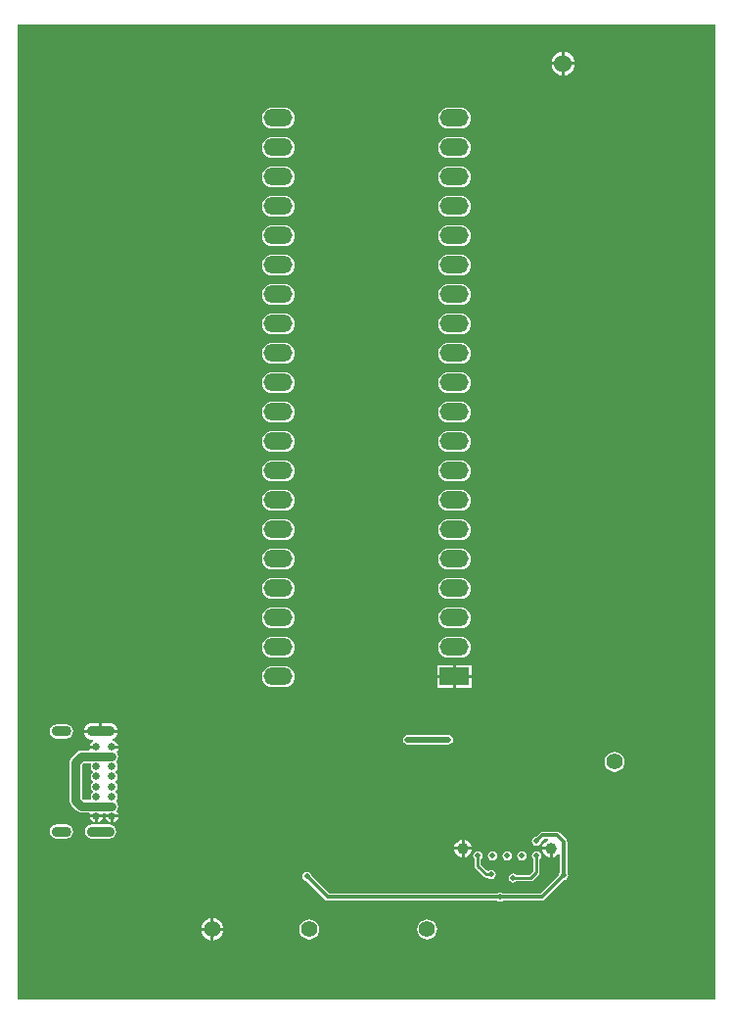
<source format=gbl>
G04*
G04 #@! TF.GenerationSoftware,Altium Limited,Altium Designer,19.1.8 (144)*
G04*
G04 Layer_Physical_Order=2*
G04 Layer_Color=16711680*
%FSLAX25Y25*%
%MOIN*%
G70*
G01*
G75*
%ADD11C,0.01000*%
%ADD14C,0.03000*%
%ADD17C,0.02000*%
%ADD19C,0.01181*%
%ADD38C,0.03937*%
%ADD49C,0.06000*%
%ADD50O,0.09843X0.05906*%
%ADD51R,0.09843X0.05906*%
%ADD52C,0.05512*%
%ADD53O,0.06693X0.03543*%
%ADD54O,0.09449X0.03543*%
%ADD55O,0.02559X0.02441*%
%ADD56C,0.01968*%
G36*
X408879Y157122D02*
X171122D01*
Y488878D01*
X408879Y488878D01*
Y157122D01*
D02*
G37*
%LPC*%
G36*
X357500Y479469D02*
Y476000D01*
X360969D01*
X360897Y476544D01*
X360494Y477517D01*
X359853Y478353D01*
X359017Y478994D01*
X358044Y479397D01*
X357500Y479469D01*
D02*
G37*
G36*
X356500D02*
X355956Y479397D01*
X354983Y478994D01*
X354147Y478353D01*
X353506Y477517D01*
X353103Y476544D01*
X353031Y476000D01*
X356500D01*
Y479469D01*
D02*
G37*
G36*
X360969Y475000D02*
X357500D01*
Y471531D01*
X358044Y471603D01*
X359017Y472006D01*
X359853Y472647D01*
X360494Y473483D01*
X360897Y474456D01*
X360969Y475000D01*
D02*
G37*
G36*
X356500D02*
X353031D01*
X353103Y474456D01*
X353506Y473483D01*
X354147Y472647D01*
X354983Y472006D01*
X355956Y471603D01*
X356500Y471531D01*
Y475000D01*
D02*
G37*
G36*
X321969Y460583D02*
X318032D01*
X317104Y460461D01*
X316240Y460103D01*
X315498Y459534D01*
X314928Y458792D01*
X314570Y457928D01*
X314448Y457000D01*
X314570Y456073D01*
X314928Y455208D01*
X315498Y454466D01*
X316240Y453897D01*
X317104Y453539D01*
X318032Y453417D01*
X321969D01*
X322896Y453539D01*
X323760Y453897D01*
X324502Y454466D01*
X325072Y455208D01*
X325430Y456073D01*
X325552Y457000D01*
X325430Y457928D01*
X325072Y458792D01*
X324502Y459534D01*
X323760Y460103D01*
X322896Y460461D01*
X321969Y460583D01*
D02*
G37*
G36*
X261968D02*
X258032D01*
X257104Y460461D01*
X256240Y460103D01*
X255498Y459534D01*
X254928Y458792D01*
X254570Y457928D01*
X254448Y457000D01*
X254570Y456073D01*
X254928Y455208D01*
X255498Y454466D01*
X256240Y453897D01*
X257104Y453539D01*
X258032Y453417D01*
X261968D01*
X262896Y453539D01*
X263760Y453897D01*
X264502Y454466D01*
X265072Y455208D01*
X265430Y456073D01*
X265552Y457000D01*
X265430Y457928D01*
X265072Y458792D01*
X264502Y459534D01*
X263760Y460103D01*
X262896Y460461D01*
X261968Y460583D01*
D02*
G37*
G36*
X321969Y450583D02*
X318032D01*
X317104Y450461D01*
X316240Y450103D01*
X315498Y449534D01*
X314928Y448792D01*
X314570Y447928D01*
X314448Y447000D01*
X314570Y446072D01*
X314928Y445208D01*
X315498Y444466D01*
X316240Y443897D01*
X317104Y443539D01*
X318032Y443417D01*
X321969D01*
X322896Y443539D01*
X323760Y443897D01*
X324502Y444466D01*
X325072Y445208D01*
X325430Y446072D01*
X325552Y447000D01*
X325430Y447928D01*
X325072Y448792D01*
X324502Y449534D01*
X323760Y450103D01*
X322896Y450461D01*
X321969Y450583D01*
D02*
G37*
G36*
X261968D02*
X258032D01*
X257104Y450461D01*
X256240Y450103D01*
X255498Y449534D01*
X254928Y448792D01*
X254570Y447928D01*
X254448Y447000D01*
X254570Y446072D01*
X254928Y445208D01*
X255498Y444466D01*
X256240Y443897D01*
X257104Y443539D01*
X258032Y443417D01*
X261968D01*
X262896Y443539D01*
X263760Y443897D01*
X264502Y444466D01*
X265072Y445208D01*
X265430Y446072D01*
X265552Y447000D01*
X265430Y447928D01*
X265072Y448792D01*
X264502Y449534D01*
X263760Y450103D01*
X262896Y450461D01*
X261968Y450583D01*
D02*
G37*
G36*
X321969Y440583D02*
X318032D01*
X317104Y440461D01*
X316240Y440103D01*
X315498Y439534D01*
X314928Y438792D01*
X314570Y437927D01*
X314448Y437000D01*
X314570Y436072D01*
X314928Y435208D01*
X315498Y434466D01*
X316240Y433897D01*
X317104Y433539D01*
X318032Y433417D01*
X321969D01*
X322896Y433539D01*
X323760Y433897D01*
X324502Y434466D01*
X325072Y435208D01*
X325430Y436072D01*
X325552Y437000D01*
X325430Y437927D01*
X325072Y438792D01*
X324502Y439534D01*
X323760Y440103D01*
X322896Y440461D01*
X321969Y440583D01*
D02*
G37*
G36*
X261968D02*
X258032D01*
X257104Y440461D01*
X256240Y440103D01*
X255498Y439534D01*
X254928Y438792D01*
X254570Y437927D01*
X254448Y437000D01*
X254570Y436072D01*
X254928Y435208D01*
X255498Y434466D01*
X256240Y433897D01*
X257104Y433539D01*
X258032Y433417D01*
X261968D01*
X262896Y433539D01*
X263760Y433897D01*
X264502Y434466D01*
X265072Y435208D01*
X265430Y436072D01*
X265552Y437000D01*
X265430Y437927D01*
X265072Y438792D01*
X264502Y439534D01*
X263760Y440103D01*
X262896Y440461D01*
X261968Y440583D01*
D02*
G37*
G36*
Y430583D02*
X258032D01*
X257104Y430461D01*
X256240Y430103D01*
X255498Y429534D01*
X254928Y428792D01*
X254570Y427927D01*
X254448Y427000D01*
X254570Y426073D01*
X254928Y425208D01*
X255498Y424466D01*
X256240Y423897D01*
X257104Y423539D01*
X258032Y423417D01*
X261968D01*
X262896Y423539D01*
X263760Y423897D01*
X264502Y424466D01*
X265072Y425208D01*
X265430Y426073D01*
X265552Y427000D01*
X265430Y427927D01*
X265072Y428792D01*
X264502Y429534D01*
X263760Y430103D01*
X262896Y430461D01*
X261968Y430583D01*
D02*
G37*
G36*
X321969Y430583D02*
X318032D01*
X317104Y430461D01*
X316240Y430103D01*
X315498Y429534D01*
X314928Y428792D01*
X314570Y427927D01*
X314448Y427000D01*
X314570Y426073D01*
X314928Y425208D01*
X315498Y424466D01*
X316240Y423897D01*
X317104Y423539D01*
X318032Y423417D01*
X321969D01*
X322896Y423539D01*
X323760Y423897D01*
X324502Y424466D01*
X325072Y425208D01*
X325430Y426073D01*
X325552Y427000D01*
X325430Y427927D01*
X325072Y428792D01*
X324502Y429534D01*
X323760Y430103D01*
X322896Y430461D01*
X321969Y430583D01*
D02*
G37*
G36*
Y420583D02*
X318032D01*
X317104Y420461D01*
X316240Y420103D01*
X315498Y419534D01*
X314928Y418792D01*
X314570Y417928D01*
X314448Y417000D01*
X314570Y416073D01*
X314928Y415208D01*
X315498Y414466D01*
X316240Y413897D01*
X317104Y413539D01*
X318032Y413417D01*
X321969D01*
X322896Y413539D01*
X323760Y413897D01*
X324502Y414466D01*
X325072Y415208D01*
X325430Y416073D01*
X325552Y417000D01*
X325430Y417928D01*
X325072Y418792D01*
X324502Y419534D01*
X323760Y420103D01*
X322896Y420461D01*
X321969Y420583D01*
D02*
G37*
G36*
X261968D02*
X258032D01*
X257104Y420461D01*
X256240Y420103D01*
X255498Y419534D01*
X254928Y418792D01*
X254570Y417928D01*
X254448Y417000D01*
X254570Y416073D01*
X254928Y415208D01*
X255498Y414466D01*
X256240Y413897D01*
X257104Y413539D01*
X258032Y413417D01*
X261968D01*
X262896Y413539D01*
X263760Y413897D01*
X264502Y414466D01*
X265072Y415208D01*
X265430Y416073D01*
X265552Y417000D01*
X265430Y417928D01*
X265072Y418792D01*
X264502Y419534D01*
X263760Y420103D01*
X262896Y420461D01*
X261968Y420583D01*
D02*
G37*
G36*
X321969Y410583D02*
X318032D01*
X317104Y410461D01*
X316240Y410103D01*
X315498Y409534D01*
X314928Y408792D01*
X314570Y407927D01*
X314448Y407000D01*
X314570Y406073D01*
X314928Y405208D01*
X315498Y404466D01*
X316240Y403897D01*
X317104Y403539D01*
X318032Y403417D01*
X321969D01*
X322896Y403539D01*
X323760Y403897D01*
X324502Y404466D01*
X325072Y405208D01*
X325430Y406073D01*
X325552Y407000D01*
X325430Y407927D01*
X325072Y408792D01*
X324502Y409534D01*
X323760Y410103D01*
X322896Y410461D01*
X321969Y410583D01*
D02*
G37*
G36*
X261968D02*
X258032D01*
X257104Y410461D01*
X256240Y410103D01*
X255498Y409534D01*
X254928Y408792D01*
X254570Y407927D01*
X254448Y407000D01*
X254570Y406073D01*
X254928Y405208D01*
X255498Y404466D01*
X256240Y403897D01*
X257104Y403539D01*
X258032Y403417D01*
X261968D01*
X262896Y403539D01*
X263760Y403897D01*
X264502Y404466D01*
X265072Y405208D01*
X265430Y406073D01*
X265552Y407000D01*
X265430Y407927D01*
X265072Y408792D01*
X264502Y409534D01*
X263760Y410103D01*
X262896Y410461D01*
X261968Y410583D01*
D02*
G37*
G36*
X321969Y400583D02*
X318032D01*
X317104Y400461D01*
X316240Y400103D01*
X315498Y399534D01*
X314928Y398792D01*
X314570Y397927D01*
X314448Y397000D01*
X314570Y396073D01*
X314928Y395208D01*
X315498Y394466D01*
X316240Y393897D01*
X317104Y393539D01*
X318032Y393417D01*
X321969D01*
X322896Y393539D01*
X323760Y393897D01*
X324502Y394466D01*
X325072Y395208D01*
X325430Y396073D01*
X325552Y397000D01*
X325430Y397927D01*
X325072Y398792D01*
X324502Y399534D01*
X323760Y400103D01*
X322896Y400461D01*
X321969Y400583D01*
D02*
G37*
G36*
X261968D02*
X258032D01*
X257104Y400461D01*
X256240Y400103D01*
X255498Y399534D01*
X254928Y398792D01*
X254570Y397927D01*
X254448Y397000D01*
X254570Y396073D01*
X254928Y395208D01*
X255498Y394466D01*
X256240Y393897D01*
X257104Y393539D01*
X258032Y393417D01*
X261968D01*
X262896Y393539D01*
X263760Y393897D01*
X264502Y394466D01*
X265072Y395208D01*
X265430Y396073D01*
X265552Y397000D01*
X265430Y397927D01*
X265072Y398792D01*
X264502Y399534D01*
X263760Y400103D01*
X262896Y400461D01*
X261968Y400583D01*
D02*
G37*
G36*
Y390583D02*
X258032D01*
X257104Y390461D01*
X256240Y390103D01*
X255498Y389534D01*
X254928Y388792D01*
X254570Y387927D01*
X254448Y387000D01*
X254570Y386073D01*
X254928Y385208D01*
X255498Y384466D01*
X256240Y383897D01*
X257104Y383539D01*
X258032Y383417D01*
X261968D01*
X262896Y383539D01*
X263760Y383897D01*
X264502Y384466D01*
X265072Y385208D01*
X265430Y386073D01*
X265552Y387000D01*
X265430Y387927D01*
X265072Y388792D01*
X264502Y389534D01*
X263760Y390103D01*
X262896Y390461D01*
X261968Y390583D01*
D02*
G37*
G36*
X321969Y390583D02*
X318032D01*
X317104Y390461D01*
X316240Y390103D01*
X315498Y389534D01*
X314928Y388792D01*
X314570Y387927D01*
X314448Y387000D01*
X314570Y386072D01*
X314928Y385208D01*
X315498Y384466D01*
X316240Y383897D01*
X317104Y383539D01*
X318032Y383417D01*
X321969D01*
X322896Y383539D01*
X323760Y383897D01*
X324502Y384466D01*
X325072Y385208D01*
X325430Y386072D01*
X325552Y387000D01*
X325430Y387927D01*
X325072Y388792D01*
X324502Y389534D01*
X323760Y390103D01*
X322896Y390461D01*
X321969Y390583D01*
D02*
G37*
G36*
Y380583D02*
X318032D01*
X317104Y380461D01*
X316240Y380103D01*
X315498Y379534D01*
X314928Y378792D01*
X314570Y377927D01*
X314448Y377000D01*
X314570Y376073D01*
X314928Y375208D01*
X315498Y374466D01*
X316240Y373897D01*
X317104Y373539D01*
X318032Y373417D01*
X321969D01*
X322896Y373539D01*
X323760Y373897D01*
X324502Y374466D01*
X325072Y375208D01*
X325430Y376073D01*
X325552Y377000D01*
X325430Y377927D01*
X325072Y378792D01*
X324502Y379534D01*
X323760Y380103D01*
X322896Y380461D01*
X321969Y380583D01*
D02*
G37*
G36*
X261968Y380583D02*
X258032D01*
X257104Y380461D01*
X256240Y380103D01*
X255498Y379534D01*
X254928Y378792D01*
X254570Y377927D01*
X254448Y377000D01*
X254570Y376073D01*
X254928Y375208D01*
X255498Y374466D01*
X256240Y373897D01*
X257104Y373539D01*
X258032Y373417D01*
X261968D01*
X262896Y373539D01*
X263760Y373897D01*
X264502Y374466D01*
X265072Y375208D01*
X265430Y376073D01*
X265552Y377000D01*
X265430Y377927D01*
X265072Y378792D01*
X264502Y379534D01*
X263760Y380103D01*
X262896Y380461D01*
X261968Y380583D01*
D02*
G37*
G36*
X321969Y370583D02*
X318032D01*
X317104Y370461D01*
X316240Y370103D01*
X315498Y369534D01*
X314928Y368792D01*
X314570Y367927D01*
X314448Y367000D01*
X314570Y366073D01*
X314928Y365208D01*
X315498Y364466D01*
X316240Y363897D01*
X317104Y363539D01*
X318032Y363417D01*
X321969D01*
X322896Y363539D01*
X323760Y363897D01*
X324502Y364466D01*
X325072Y365208D01*
X325430Y366073D01*
X325552Y367000D01*
X325430Y367927D01*
X325072Y368792D01*
X324502Y369534D01*
X323760Y370103D01*
X322896Y370461D01*
X321969Y370583D01*
D02*
G37*
G36*
X261968D02*
X258032D01*
X257104Y370461D01*
X256240Y370103D01*
X255498Y369534D01*
X254928Y368792D01*
X254570Y367927D01*
X254448Y367000D01*
X254570Y366073D01*
X254928Y365208D01*
X255498Y364466D01*
X256240Y363897D01*
X257104Y363539D01*
X258032Y363417D01*
X261968D01*
X262896Y363539D01*
X263760Y363897D01*
X264502Y364466D01*
X265072Y365208D01*
X265430Y366073D01*
X265552Y367000D01*
X265430Y367927D01*
X265072Y368792D01*
X264502Y369534D01*
X263760Y370103D01*
X262896Y370461D01*
X261968Y370583D01*
D02*
G37*
G36*
X321969Y360583D02*
X318032D01*
X317104Y360461D01*
X316240Y360103D01*
X315498Y359534D01*
X314928Y358792D01*
X314570Y357927D01*
X314448Y357000D01*
X314570Y356073D01*
X314928Y355208D01*
X315498Y354466D01*
X316240Y353897D01*
X317104Y353539D01*
X318032Y353417D01*
X321969D01*
X322896Y353539D01*
X323760Y353897D01*
X324502Y354466D01*
X325072Y355208D01*
X325430Y356073D01*
X325552Y357000D01*
X325430Y357927D01*
X325072Y358792D01*
X324502Y359534D01*
X323760Y360103D01*
X322896Y360461D01*
X321969Y360583D01*
D02*
G37*
G36*
X261968D02*
X258032D01*
X257104Y360461D01*
X256240Y360103D01*
X255498Y359534D01*
X254928Y358792D01*
X254570Y357927D01*
X254448Y357000D01*
X254570Y356073D01*
X254928Y355208D01*
X255498Y354466D01*
X256240Y353897D01*
X257104Y353539D01*
X258032Y353417D01*
X261968D01*
X262896Y353539D01*
X263760Y353897D01*
X264502Y354466D01*
X265072Y355208D01*
X265430Y356073D01*
X265552Y357000D01*
X265430Y357927D01*
X265072Y358792D01*
X264502Y359534D01*
X263760Y360103D01*
X262896Y360461D01*
X261968Y360583D01*
D02*
G37*
G36*
X321969Y350583D02*
X318032D01*
X317104Y350461D01*
X316240Y350103D01*
X315498Y349534D01*
X314928Y348792D01*
X314570Y347927D01*
X314448Y347000D01*
X314570Y346073D01*
X314928Y345208D01*
X315498Y344466D01*
X316240Y343897D01*
X317104Y343539D01*
X318032Y343417D01*
X321969D01*
X322896Y343539D01*
X323760Y343897D01*
X324502Y344466D01*
X325072Y345208D01*
X325430Y346073D01*
X325552Y347000D01*
X325430Y347927D01*
X325072Y348792D01*
X324502Y349534D01*
X323760Y350103D01*
X322896Y350461D01*
X321969Y350583D01*
D02*
G37*
G36*
X261968D02*
X258032D01*
X257104Y350461D01*
X256240Y350103D01*
X255498Y349534D01*
X254928Y348792D01*
X254570Y347927D01*
X254448Y347000D01*
X254570Y346073D01*
X254928Y345208D01*
X255498Y344466D01*
X256240Y343897D01*
X257104Y343539D01*
X258032Y343417D01*
X261968D01*
X262896Y343539D01*
X263760Y343897D01*
X264502Y344466D01*
X265072Y345208D01*
X265430Y346073D01*
X265552Y347000D01*
X265430Y347927D01*
X265072Y348792D01*
X264502Y349534D01*
X263760Y350103D01*
X262896Y350461D01*
X261968Y350583D01*
D02*
G37*
G36*
Y340583D02*
X258032D01*
X257104Y340461D01*
X256240Y340103D01*
X255498Y339534D01*
X254928Y338792D01*
X254570Y337927D01*
X254448Y337000D01*
X254570Y336073D01*
X254928Y335208D01*
X255498Y334466D01*
X256240Y333897D01*
X257104Y333539D01*
X258032Y333417D01*
X261968D01*
X262896Y333539D01*
X263760Y333897D01*
X264502Y334466D01*
X265072Y335208D01*
X265430Y336073D01*
X265552Y337000D01*
X265430Y337927D01*
X265072Y338792D01*
X264502Y339534D01*
X263760Y340103D01*
X262896Y340461D01*
X261968Y340583D01*
D02*
G37*
G36*
X321969Y340583D02*
X318032D01*
X317104Y340461D01*
X316240Y340103D01*
X315498Y339534D01*
X314928Y338792D01*
X314570Y337927D01*
X314448Y337000D01*
X314570Y336072D01*
X314928Y335208D01*
X315498Y334466D01*
X316240Y333897D01*
X317104Y333539D01*
X318032Y333417D01*
X321969D01*
X322896Y333539D01*
X323760Y333897D01*
X324502Y334466D01*
X325072Y335208D01*
X325430Y336072D01*
X325552Y337000D01*
X325430Y337927D01*
X325072Y338792D01*
X324502Y339534D01*
X323760Y340103D01*
X322896Y340461D01*
X321969Y340583D01*
D02*
G37*
G36*
Y330583D02*
X318032D01*
X317104Y330461D01*
X316240Y330103D01*
X315498Y329534D01*
X314928Y328792D01*
X314570Y327927D01*
X314448Y327000D01*
X314570Y326073D01*
X314928Y325208D01*
X315498Y324466D01*
X316240Y323897D01*
X317104Y323539D01*
X318032Y323417D01*
X321969D01*
X322896Y323539D01*
X323760Y323897D01*
X324502Y324466D01*
X325072Y325208D01*
X325430Y326073D01*
X325552Y327000D01*
X325430Y327927D01*
X325072Y328792D01*
X324502Y329534D01*
X323760Y330103D01*
X322896Y330461D01*
X321969Y330583D01*
D02*
G37*
G36*
X261968D02*
X258032D01*
X257104Y330461D01*
X256240Y330103D01*
X255498Y329534D01*
X254928Y328792D01*
X254570Y327927D01*
X254448Y327000D01*
X254570Y326073D01*
X254928Y325208D01*
X255498Y324466D01*
X256240Y323897D01*
X257104Y323539D01*
X258032Y323417D01*
X261968D01*
X262896Y323539D01*
X263760Y323897D01*
X264502Y324466D01*
X265072Y325208D01*
X265430Y326073D01*
X265552Y327000D01*
X265430Y327927D01*
X265072Y328792D01*
X264502Y329534D01*
X263760Y330103D01*
X262896Y330461D01*
X261968Y330583D01*
D02*
G37*
G36*
X321969Y320583D02*
X318032D01*
X317104Y320461D01*
X316240Y320103D01*
X315498Y319534D01*
X314928Y318792D01*
X314570Y317927D01*
X314448Y317000D01*
X314570Y316073D01*
X314928Y315208D01*
X315498Y314466D01*
X316240Y313897D01*
X317104Y313539D01*
X318032Y313417D01*
X321969D01*
X322896Y313539D01*
X323760Y313897D01*
X324502Y314466D01*
X325072Y315208D01*
X325430Y316073D01*
X325552Y317000D01*
X325430Y317927D01*
X325072Y318792D01*
X324502Y319534D01*
X323760Y320103D01*
X322896Y320461D01*
X321969Y320583D01*
D02*
G37*
G36*
X261968D02*
X258032D01*
X257104Y320461D01*
X256240Y320103D01*
X255498Y319534D01*
X254928Y318792D01*
X254570Y317927D01*
X254448Y317000D01*
X254570Y316073D01*
X254928Y315208D01*
X255498Y314466D01*
X256240Y313897D01*
X257104Y313539D01*
X258032Y313417D01*
X261968D01*
X262896Y313539D01*
X263760Y313897D01*
X264502Y314466D01*
X265072Y315208D01*
X265430Y316073D01*
X265552Y317000D01*
X265430Y317927D01*
X265072Y318792D01*
X264502Y319534D01*
X263760Y320103D01*
X262896Y320461D01*
X261968Y320583D01*
D02*
G37*
G36*
X321969Y310583D02*
X318032D01*
X317104Y310461D01*
X316240Y310103D01*
X315498Y309534D01*
X314928Y308792D01*
X314570Y307927D01*
X314448Y307000D01*
X314570Y306073D01*
X314928Y305208D01*
X315498Y304466D01*
X316240Y303897D01*
X317104Y303539D01*
X318032Y303417D01*
X321969D01*
X322896Y303539D01*
X323760Y303897D01*
X324502Y304466D01*
X325072Y305208D01*
X325430Y306073D01*
X325552Y307000D01*
X325430Y307927D01*
X325072Y308792D01*
X324502Y309534D01*
X323760Y310103D01*
X322896Y310461D01*
X321969Y310583D01*
D02*
G37*
G36*
X261968D02*
X258032D01*
X257104Y310461D01*
X256240Y310103D01*
X255498Y309534D01*
X254928Y308792D01*
X254570Y307927D01*
X254448Y307000D01*
X254570Y306073D01*
X254928Y305208D01*
X255498Y304466D01*
X256240Y303897D01*
X257104Y303539D01*
X258032Y303417D01*
X261968D01*
X262896Y303539D01*
X263760Y303897D01*
X264502Y304466D01*
X265072Y305208D01*
X265430Y306073D01*
X265552Y307000D01*
X265430Y307927D01*
X265072Y308792D01*
X264502Y309534D01*
X263760Y310103D01*
X262896Y310461D01*
X261968Y310583D01*
D02*
G37*
G36*
X321969Y300583D02*
X318032D01*
X317104Y300461D01*
X316240Y300103D01*
X315498Y299534D01*
X314928Y298792D01*
X314570Y297927D01*
X314448Y297000D01*
X314570Y296073D01*
X314928Y295208D01*
X315498Y294466D01*
X316240Y293897D01*
X317104Y293539D01*
X318032Y293417D01*
X321969D01*
X322896Y293539D01*
X323760Y293897D01*
X324502Y294466D01*
X325072Y295208D01*
X325430Y296073D01*
X325552Y297000D01*
X325430Y297927D01*
X325072Y298792D01*
X324502Y299534D01*
X323760Y300103D01*
X322896Y300461D01*
X321969Y300583D01*
D02*
G37*
G36*
X261968D02*
X258032D01*
X257104Y300461D01*
X256240Y300103D01*
X255498Y299534D01*
X254928Y298792D01*
X254570Y297927D01*
X254448Y297000D01*
X254570Y296073D01*
X254928Y295208D01*
X255498Y294466D01*
X256240Y293897D01*
X257104Y293539D01*
X258032Y293417D01*
X261968D01*
X262896Y293539D01*
X263760Y293897D01*
X264502Y294466D01*
X265072Y295208D01*
X265430Y296073D01*
X265552Y297000D01*
X265430Y297927D01*
X265072Y298792D01*
X264502Y299534D01*
X263760Y300103D01*
X262896Y300461D01*
X261968Y300583D01*
D02*
G37*
G36*
X321969Y290583D02*
X318032D01*
X317104Y290461D01*
X316240Y290103D01*
X315498Y289534D01*
X314928Y288792D01*
X314570Y287928D01*
X314448Y287000D01*
X314570Y286073D01*
X314928Y285208D01*
X315498Y284466D01*
X316240Y283897D01*
X317104Y283539D01*
X318032Y283417D01*
X321969D01*
X322896Y283539D01*
X323760Y283897D01*
X324502Y284466D01*
X325072Y285208D01*
X325430Y286073D01*
X325552Y287000D01*
X325430Y287928D01*
X325072Y288792D01*
X324502Y289534D01*
X323760Y290103D01*
X322896Y290461D01*
X321969Y290583D01*
D02*
G37*
G36*
X261968Y290583D02*
X258032D01*
X257104Y290461D01*
X256240Y290103D01*
X255498Y289534D01*
X254928Y288792D01*
X254570Y287927D01*
X254448Y287000D01*
X254570Y286073D01*
X254928Y285208D01*
X255498Y284466D01*
X256240Y283897D01*
X257104Y283539D01*
X258032Y283417D01*
X261968D01*
X262896Y283539D01*
X263760Y283897D01*
X264502Y284466D01*
X265072Y285208D01*
X265430Y286073D01*
X265552Y287000D01*
X265430Y287927D01*
X265072Y288792D01*
X264502Y289534D01*
X263760Y290103D01*
X262896Y290461D01*
X261968Y290583D01*
D02*
G37*
G36*
X321969Y280583D02*
X318032D01*
X317104Y280461D01*
X316240Y280103D01*
X315498Y279534D01*
X314928Y278792D01*
X314570Y277927D01*
X314448Y277000D01*
X314570Y276073D01*
X314928Y275208D01*
X315498Y274466D01*
X316240Y273897D01*
X317104Y273539D01*
X318032Y273417D01*
X321969D01*
X322896Y273539D01*
X323760Y273897D01*
X324502Y274466D01*
X325072Y275208D01*
X325430Y276073D01*
X325552Y277000D01*
X325430Y277927D01*
X325072Y278792D01*
X324502Y279534D01*
X323760Y280103D01*
X322896Y280461D01*
X321969Y280583D01*
D02*
G37*
G36*
X261968D02*
X258032D01*
X257104Y280461D01*
X256240Y280103D01*
X255498Y279534D01*
X254928Y278792D01*
X254570Y277927D01*
X254448Y277000D01*
X254570Y276073D01*
X254928Y275208D01*
X255498Y274466D01*
X256240Y273897D01*
X257104Y273539D01*
X258032Y273417D01*
X261968D01*
X262896Y273539D01*
X263760Y273897D01*
X264502Y274466D01*
X265072Y275208D01*
X265430Y276073D01*
X265552Y277000D01*
X265430Y277927D01*
X265072Y278792D01*
X264502Y279534D01*
X263760Y280103D01*
X262896Y280461D01*
X261968Y280583D01*
D02*
G37*
G36*
X325921Y270953D02*
X320500D01*
Y267500D01*
X325921D01*
Y270953D01*
D02*
G37*
G36*
X319500D02*
X314079D01*
Y267500D01*
X319500D01*
Y270953D01*
D02*
G37*
G36*
X261968Y270583D02*
X258032D01*
X257104Y270461D01*
X256240Y270103D01*
X255498Y269534D01*
X254928Y268792D01*
X254570Y267927D01*
X254448Y267000D01*
X254570Y266073D01*
X254928Y265208D01*
X255498Y264466D01*
X256240Y263897D01*
X257104Y263539D01*
X258032Y263417D01*
X261968D01*
X262896Y263539D01*
X263760Y263897D01*
X264502Y264466D01*
X265072Y265208D01*
X265430Y266073D01*
X265552Y267000D01*
X265430Y267927D01*
X265072Y268792D01*
X264502Y269534D01*
X263760Y270103D01*
X262896Y270461D01*
X261968Y270583D01*
D02*
G37*
G36*
X325921Y266500D02*
X320500D01*
Y263047D01*
X325921D01*
Y266500D01*
D02*
G37*
G36*
X319500D02*
X314079D01*
Y263047D01*
X319500D01*
Y266500D01*
D02*
G37*
G36*
X202409Y251150D02*
X199956D01*
Y248855D01*
X205139D01*
X205109Y249078D01*
X204830Y249753D01*
X204386Y250332D01*
X203807Y250776D01*
X203133Y251055D01*
X202409Y251150D01*
D02*
G37*
G36*
X198956D02*
X196503D01*
X195780Y251055D01*
X195106Y250776D01*
X194527Y250332D01*
X194082Y249753D01*
X193803Y249078D01*
X193774Y248855D01*
X198956D01*
Y251150D01*
D02*
G37*
G36*
X187724Y250773D02*
X184574D01*
X183649Y250589D01*
X182864Y250065D01*
X182340Y249280D01*
X182156Y248355D01*
X182340Y247430D01*
X182864Y246645D01*
X183649Y246121D01*
X184574Y245937D01*
X187724D01*
X188649Y246121D01*
X189434Y246645D01*
X189958Y247430D01*
X190142Y248355D01*
X189958Y249280D01*
X189434Y250065D01*
X188649Y250589D01*
X187724Y250773D01*
D02*
G37*
G36*
X318000Y247131D02*
X304000D01*
X303376Y247007D01*
X302847Y246654D01*
X302493Y246124D01*
X302369Y245500D01*
X302493Y244876D01*
X302847Y244346D01*
X303376Y243993D01*
X304000Y243869D01*
X318000D01*
X318624Y243993D01*
X319153Y244346D01*
X319507Y244876D01*
X319631Y245500D01*
X319507Y246124D01*
X319153Y246654D01*
X318624Y247007D01*
X318000Y247131D01*
D02*
G37*
G36*
X374500Y241385D02*
X373624Y241269D01*
X372808Y240931D01*
X372107Y240393D01*
X371569Y239692D01*
X371231Y238876D01*
X371115Y238000D01*
X371231Y237124D01*
X371569Y236308D01*
X372107Y235607D01*
X372808Y235069D01*
X373624Y234731D01*
X374500Y234615D01*
X375376Y234731D01*
X376192Y235069D01*
X376893Y235607D01*
X377431Y236308D01*
X377769Y237124D01*
X377885Y238000D01*
X377769Y238876D01*
X377431Y239692D01*
X376893Y240393D01*
X376192Y240931D01*
X375376Y241269D01*
X374500Y241385D01*
D02*
G37*
G36*
X205139Y247855D02*
X193774D01*
X193803Y247632D01*
X194082Y246957D01*
X194527Y246378D01*
X195106Y245934D01*
X195780Y245655D01*
X196503Y245560D01*
X196858D01*
X196967Y245060D01*
X196340Y244641D01*
X195849Y243906D01*
X195776Y243540D01*
X198000D01*
Y242540D01*
X195776D01*
X195817Y242334D01*
X195521Y241834D01*
X192757D01*
X191938Y241671D01*
X191243Y241207D01*
X189486Y239450D01*
X189022Y238755D01*
X188859Y237936D01*
Y224757D01*
X189022Y223938D01*
X189486Y223243D01*
X191257Y221473D01*
X191951Y221008D01*
X192771Y220845D01*
X195538D01*
X195823Y220345D01*
X195776Y220114D01*
X198000D01*
X200224D01*
X200181Y220326D01*
X200472Y220736D01*
X200842D01*
X201133Y220326D01*
X201090Y220114D01*
X203314D01*
X205538D01*
X205465Y220480D01*
X204974Y221215D01*
X205044Y221770D01*
X205292Y222142D01*
X205455Y222961D01*
X205292Y223780D01*
X204828Y224475D01*
X204820Y224483D01*
X204685Y224661D01*
Y224994D01*
X205088Y225597D01*
X205229Y226307D01*
X205088Y227017D01*
X204685Y227620D01*
X204519Y227730D01*
Y228231D01*
X204685Y228342D01*
X205088Y228944D01*
X205229Y229654D01*
X205088Y230364D01*
X204685Y230966D01*
X204520Y231077D01*
Y231577D01*
X204685Y231687D01*
X205088Y232290D01*
X205229Y233000D01*
X205088Y233710D01*
X204685Y234313D01*
X204519Y234423D01*
Y234924D01*
X204685Y235034D01*
X205088Y235637D01*
X205229Y236347D01*
X205088Y237057D01*
X204685Y237660D01*
Y238084D01*
X204828Y238179D01*
X205292Y238874D01*
X205455Y239693D01*
X205292Y240512D01*
X205044Y240884D01*
X204974Y241439D01*
X205465Y242174D01*
X205538Y242540D01*
X203314D01*
Y243540D01*
X205538D01*
X205465Y243906D01*
X204974Y244641D01*
X204239Y245132D01*
X203521Y245274D01*
X203468Y245794D01*
X203807Y245934D01*
X204386Y246378D01*
X204830Y246957D01*
X205109Y247632D01*
X205139Y247855D01*
D02*
G37*
G36*
X200224Y219114D02*
X198500D01*
Y217438D01*
X198925Y217522D01*
X199660Y218013D01*
X200151Y218748D01*
X200224Y219114D01*
D02*
G37*
G36*
X205538D02*
X203814D01*
Y217438D01*
X204239Y217522D01*
X204974Y218013D01*
X205465Y218748D01*
X205538Y219114D01*
D02*
G37*
G36*
X202814D02*
X201090D01*
X201163Y218748D01*
X201654Y218013D01*
X202389Y217522D01*
X202814Y217438D01*
Y219114D01*
D02*
G37*
G36*
X197500D02*
X195776D01*
X195849Y218748D01*
X196340Y218013D01*
X197075Y217522D01*
X197500Y217438D01*
Y219114D01*
D02*
G37*
G36*
X355000Y214214D02*
X355000Y214214D01*
X349879D01*
X349879Y214214D01*
X349414Y214122D01*
X349020Y213858D01*
X349020Y213858D01*
X347752Y212590D01*
X347260Y212492D01*
X346736Y212142D01*
X346386Y211618D01*
X346263Y211000D01*
X346386Y210382D01*
X346736Y209858D01*
X347260Y209508D01*
X347878Y209385D01*
X348497Y209508D01*
X349021Y209858D01*
X349371Y210382D01*
X349469Y210873D01*
X350381Y211786D01*
X351748D01*
X351848Y211286D01*
X351381Y211093D01*
X350761Y210617D01*
X350286Y209997D01*
X349986Y209275D01*
X349950Y209000D01*
X352878D01*
Y208500D01*
X353378D01*
Y205572D01*
X353653Y205608D01*
X354376Y205907D01*
X354996Y206383D01*
X355440Y206961D01*
X355496Y206962D01*
X355940Y206624D01*
Y200381D01*
X355661Y199965D01*
X355563Y199473D01*
X349304Y193214D01*
X336535D01*
X336118Y193492D01*
X335500Y193615D01*
X334882Y193492D01*
X334465Y193214D01*
X277303D01*
X271362Y199155D01*
X271264Y199646D01*
X270914Y200170D01*
X270390Y200521D01*
X269772Y200644D01*
X269153Y200521D01*
X268630Y200170D01*
X268279Y199646D01*
X268156Y199028D01*
X268279Y198410D01*
X268630Y197886D01*
X269153Y197536D01*
X269645Y197438D01*
X275942Y191142D01*
X275942Y191142D01*
X276336Y190878D01*
X276800Y190786D01*
X276800Y190786D01*
X334465D01*
X334882Y190508D01*
X335500Y190385D01*
X336118Y190508D01*
X336535Y190786D01*
X349807D01*
X349807Y190786D01*
X350272Y190878D01*
X350665Y191142D01*
X357280Y197756D01*
X357772Y197854D01*
X358296Y198204D01*
X358646Y198728D01*
X358769Y199346D01*
X358646Y199965D01*
X358367Y200381D01*
Y210846D01*
X358367Y210846D01*
X358275Y211311D01*
X358012Y211705D01*
X358012Y211705D01*
X355858Y213858D01*
X355465Y214122D01*
X355000Y214214D01*
D02*
G37*
G36*
X202409Y216717D02*
X196503D01*
X195578Y216533D01*
X194793Y216009D01*
X194269Y215224D01*
X194085Y214299D01*
X194269Y213374D01*
X194793Y212589D01*
X195578Y212065D01*
X196503Y211881D01*
X202409D01*
X203334Y212065D01*
X204119Y212589D01*
X204643Y213374D01*
X204827Y214299D01*
X204643Y215224D01*
X204119Y216009D01*
X203334Y216533D01*
X202409Y216717D01*
D02*
G37*
G36*
X187724D02*
X184574D01*
X183649Y216533D01*
X182864Y216009D01*
X182340Y215224D01*
X182156Y214299D01*
X182340Y213374D01*
X182864Y212589D01*
X183649Y212065D01*
X184574Y211881D01*
X187724D01*
X188649Y212065D01*
X189434Y212589D01*
X189958Y213374D01*
X190142Y214299D01*
X189958Y215224D01*
X189434Y216009D01*
X188649Y216533D01*
X187724Y216717D01*
D02*
G37*
G36*
X323378Y211428D02*
Y209000D01*
X325807D01*
X325770Y209275D01*
X325471Y209997D01*
X324996Y210617D01*
X324376Y211093D01*
X323653Y211392D01*
X323378Y211428D01*
D02*
G37*
G36*
X322378D02*
X322104Y211392D01*
X321381Y211093D01*
X320761Y210617D01*
X320286Y209997D01*
X319986Y209275D01*
X319950Y209000D01*
X322378D01*
Y211428D01*
D02*
G37*
G36*
X325807Y208000D02*
X323378D01*
Y205572D01*
X323653Y205608D01*
X324376Y205907D01*
X324996Y206383D01*
X325471Y207003D01*
X325770Y207725D01*
X325807Y208000D01*
D02*
G37*
G36*
X352378Y208000D02*
X349950D01*
X349986Y207725D01*
X350286Y207003D01*
X350761Y206383D01*
X351381Y205907D01*
X352103Y205608D01*
X352378Y205572D01*
Y208000D01*
D02*
G37*
G36*
X322378Y208000D02*
X319950D01*
X319986Y207725D01*
X320286Y207003D01*
X320761Y206383D01*
X321381Y205907D01*
X322104Y205608D01*
X322378Y205572D01*
Y208000D01*
D02*
G37*
G36*
X342878Y207615D02*
X342260Y207492D01*
X341736Y207142D01*
X341386Y206618D01*
X341263Y206000D01*
X341386Y205382D01*
X341736Y204858D01*
X342260Y204508D01*
X342878Y204385D01*
X343497Y204508D01*
X344021Y204858D01*
X344371Y205382D01*
X344494Y206000D01*
X344371Y206618D01*
X344021Y207142D01*
X343497Y207492D01*
X342878Y207615D01*
D02*
G37*
G36*
X337878D02*
X337260Y207492D01*
X336736Y207142D01*
X336386Y206618D01*
X336263Y206000D01*
X336386Y205382D01*
X336736Y204858D01*
X337260Y204508D01*
X337878Y204385D01*
X338497Y204508D01*
X339021Y204858D01*
X339371Y205382D01*
X339494Y206000D01*
X339371Y206618D01*
X339021Y207142D01*
X338497Y207492D01*
X337878Y207615D01*
D02*
G37*
G36*
X332878D02*
X332260Y207492D01*
X331736Y207142D01*
X331386Y206618D01*
X331263Y206000D01*
X331386Y205382D01*
X331736Y204858D01*
X332260Y204508D01*
X332878Y204385D01*
X333497Y204508D01*
X334021Y204858D01*
X334371Y205382D01*
X334494Y206000D01*
X334371Y206618D01*
X334021Y207142D01*
X333497Y207492D01*
X332878Y207615D01*
D02*
G37*
G36*
X347878D02*
X347260Y207492D01*
X346736Y207142D01*
X346386Y206618D01*
X346263Y206000D01*
X346386Y205382D01*
X346736Y204858D01*
X346757Y204844D01*
Y200843D01*
X345535Y199622D01*
X341156D01*
X341142Y199642D01*
X340618Y199992D01*
X340000Y200115D01*
X339382Y199992D01*
X338858Y199642D01*
X338508Y199118D01*
X338385Y198500D01*
X338508Y197882D01*
X338858Y197358D01*
X339382Y197008D01*
X340000Y196885D01*
X340618Y197008D01*
X341142Y197358D01*
X341156Y197378D01*
X346000D01*
X346000Y197378D01*
X346429Y197464D01*
X346793Y197707D01*
X348672Y199585D01*
X348672Y199585D01*
X348915Y199949D01*
X349000Y200378D01*
X349000Y200378D01*
Y204844D01*
X349021Y204858D01*
X349371Y205382D01*
X349494Y206000D01*
X349371Y206618D01*
X349021Y207142D01*
X348497Y207492D01*
X347878Y207615D01*
D02*
G37*
G36*
X327878D02*
X327260Y207492D01*
X326736Y207142D01*
X326386Y206618D01*
X326263Y206000D01*
X326386Y205382D01*
X326736Y204858D01*
X326757Y204844D01*
Y202622D01*
X326757Y202622D01*
X326842Y202192D01*
X327085Y201829D01*
X330007Y198907D01*
X330371Y198664D01*
X330800Y198578D01*
X330800Y198578D01*
X331344D01*
X331358Y198558D01*
X331882Y198208D01*
X332500Y198085D01*
X333118Y198208D01*
X333642Y198558D01*
X333992Y199082D01*
X334115Y199700D01*
X333992Y200318D01*
X333642Y200842D01*
X333118Y201192D01*
X332500Y201315D01*
X331882Y201192D01*
X331358Y200842D01*
X330957Y201130D01*
X329000Y203086D01*
Y204844D01*
X329021Y204858D01*
X329371Y205382D01*
X329494Y206000D01*
X329371Y206618D01*
X329021Y207142D01*
X328497Y207492D01*
X327878Y207615D01*
D02*
G37*
G36*
X238000Y184722D02*
Y181500D01*
X241223D01*
X241159Y181981D01*
X240781Y182894D01*
X240179Y183679D01*
X239394Y184281D01*
X238480Y184659D01*
X238000Y184722D01*
D02*
G37*
G36*
X237000D02*
X236520Y184659D01*
X235606Y184281D01*
X234821Y183679D01*
X234219Y182894D01*
X233841Y181981D01*
X233777Y181500D01*
X237000D01*
Y184722D01*
D02*
G37*
G36*
X310653Y184385D02*
X309777Y184269D01*
X308961Y183931D01*
X308260Y183394D01*
X307722Y182692D01*
X307384Y181876D01*
X307269Y181000D01*
X307384Y180124D01*
X307722Y179308D01*
X308260Y178606D01*
X308961Y178069D01*
X309777Y177731D01*
X310653Y177615D01*
X311530Y177731D01*
X312346Y178069D01*
X313047Y178606D01*
X313585Y179308D01*
X313923Y180124D01*
X314038Y181000D01*
X313923Y181876D01*
X313585Y182692D01*
X313047Y183394D01*
X312346Y183931D01*
X311530Y184269D01*
X310653Y184385D01*
D02*
G37*
G36*
X270500D02*
X269624Y184269D01*
X268808Y183931D01*
X268107Y183394D01*
X267569Y182692D01*
X267231Y181876D01*
X267115Y181000D01*
X267231Y180124D01*
X267569Y179308D01*
X268107Y178606D01*
X268808Y178069D01*
X269624Y177731D01*
X270500Y177615D01*
X271376Y177731D01*
X272192Y178069D01*
X272894Y178606D01*
X273431Y179308D01*
X273769Y180124D01*
X273885Y181000D01*
X273769Y181876D01*
X273431Y182692D01*
X272894Y183394D01*
X272192Y183931D01*
X271376Y184269D01*
X270500Y184385D01*
D02*
G37*
G36*
X241223Y180500D02*
X238000D01*
Y177278D01*
X238480Y177341D01*
X239394Y177719D01*
X240179Y178321D01*
X240781Y179106D01*
X241159Y180019D01*
X241223Y180500D01*
D02*
G37*
G36*
X237000D02*
X233777D01*
X233841Y180019D01*
X234219Y179106D01*
X234821Y178321D01*
X235606Y177719D01*
X236520Y177341D01*
X237000Y177278D01*
Y180500D01*
D02*
G37*
%LPD*%
G36*
X196262Y237111D02*
X196226Y237057D01*
X196085Y236347D01*
X196226Y235637D01*
X196628Y235034D01*
X196795Y234924D01*
Y234423D01*
X196628Y234313D01*
X196226Y233710D01*
X196085Y233000D01*
X196226Y232290D01*
X196628Y231687D01*
X196794Y231577D01*
Y231077D01*
X196628Y230966D01*
X196226Y230364D01*
X196085Y229654D01*
X196226Y228944D01*
X196628Y228342D01*
X196795Y228231D01*
Y227730D01*
X196628Y227620D01*
X196226Y227017D01*
X196085Y226307D01*
X196220Y225628D01*
X196219Y225520D01*
X196009Y225128D01*
X193658D01*
X193141Y225644D01*
Y237049D01*
X193644Y237552D01*
X196026D01*
X196262Y237111D01*
D02*
G37*
D11*
X347878Y200378D02*
Y206000D01*
X346000Y198500D02*
X347878Y200378D01*
X340000Y198500D02*
X346000D01*
X330800Y199700D02*
X332500D01*
X327878Y202622D02*
X330800Y199700D01*
X327878Y202622D02*
Y206000D01*
D14*
X192771Y222987D02*
X203289D01*
X191000Y224757D02*
X192771Y222987D01*
X203289D02*
X203314Y222961D01*
X191000Y224757D02*
Y237936D01*
X192757Y239693D01*
X198000D01*
X203314D01*
D17*
X304000Y245500D02*
X318000D01*
D19*
X349879Y213000D02*
X355000D01*
X347878Y211000D02*
X349879Y213000D01*
X357154Y199346D02*
Y210846D01*
X355000Y213000D02*
X357154Y210846D01*
X335500Y192000D02*
X349807D01*
X276800D02*
X335500D01*
X349807D02*
X357154Y199346D01*
X269772Y199028D02*
X276800Y192000D01*
D38*
X322878Y208500D02*
D03*
X352878D02*
D03*
D49*
X357000Y475500D02*
D03*
D50*
X260000Y457000D02*
D03*
Y447000D02*
D03*
Y437000D02*
D03*
Y427000D02*
D03*
Y417000D02*
D03*
Y407000D02*
D03*
Y397000D02*
D03*
Y387000D02*
D03*
Y377000D02*
D03*
Y367000D02*
D03*
Y357000D02*
D03*
Y347000D02*
D03*
Y337000D02*
D03*
Y327000D02*
D03*
Y317000D02*
D03*
Y307000D02*
D03*
Y297000D02*
D03*
Y287000D02*
D03*
Y277000D02*
D03*
Y267000D02*
D03*
X320000Y457000D02*
D03*
Y447000D02*
D03*
Y437000D02*
D03*
Y427000D02*
D03*
Y417000D02*
D03*
Y407000D02*
D03*
Y397000D02*
D03*
Y387000D02*
D03*
Y377000D02*
D03*
Y367000D02*
D03*
Y357000D02*
D03*
Y347000D02*
D03*
Y337000D02*
D03*
Y327000D02*
D03*
Y317000D02*
D03*
Y307000D02*
D03*
Y297000D02*
D03*
Y287000D02*
D03*
Y277000D02*
D03*
D51*
Y267000D02*
D03*
D52*
X270500Y181000D02*
D03*
X237500D02*
D03*
X374500Y238000D02*
D03*
X310653Y181000D02*
D03*
D53*
X186149Y248355D02*
D03*
Y214299D02*
D03*
D54*
X199456D02*
D03*
Y248355D02*
D03*
D55*
X198000Y243040D02*
D03*
Y239693D02*
D03*
Y236347D02*
D03*
Y233000D02*
D03*
Y229654D02*
D03*
Y226307D02*
D03*
Y222961D02*
D03*
Y219614D02*
D03*
X203314D02*
D03*
Y222961D02*
D03*
Y226307D02*
D03*
Y229654D02*
D03*
Y233000D02*
D03*
Y236347D02*
D03*
Y239693D02*
D03*
Y243040D02*
D03*
D56*
X259500Y247500D02*
D03*
X299500Y237500D02*
D03*
X332500Y199700D02*
D03*
X327878Y211000D02*
D03*
X337878D02*
D03*
X342878D02*
D03*
Y206000D02*
D03*
X337878D02*
D03*
X332878D02*
D03*
X327878D02*
D03*
X347878Y211000D02*
D03*
Y206000D02*
D03*
X177000Y205500D02*
D03*
Y215500D02*
D03*
Y225500D02*
D03*
Y235500D02*
D03*
Y245500D02*
D03*
Y255500D02*
D03*
X316000Y200000D02*
D03*
X306000D02*
D03*
X291000Y195000D02*
D03*
X281000D02*
D03*
X231000Y190000D02*
D03*
X241000D02*
D03*
X250000D02*
D03*
X309500Y412500D02*
D03*
X299500D02*
D03*
X289500D02*
D03*
X279500D02*
D03*
X269500D02*
D03*
X314500Y282500D02*
D03*
X299500D02*
D03*
X289500D02*
D03*
X279500D02*
D03*
X269500D02*
D03*
X249500D02*
D03*
X239500D02*
D03*
X229500D02*
D03*
X219500D02*
D03*
X209500D02*
D03*
Y247500D02*
D03*
X219500D02*
D03*
X229500D02*
D03*
X239500D02*
D03*
X249500D02*
D03*
X269500D02*
D03*
Y237500D02*
D03*
X259500D02*
D03*
X249500D02*
D03*
X239500D02*
D03*
Y227500D02*
D03*
X249500D02*
D03*
X259500D02*
D03*
X279500D02*
D03*
X289500D02*
D03*
X299500D02*
D03*
X329500D02*
D03*
X319500D02*
D03*
X309500D02*
D03*
Y237500D02*
D03*
X279500D02*
D03*
X289500D02*
D03*
Y247500D02*
D03*
X279500D02*
D03*
X266000Y185500D02*
D03*
X298000Y200500D02*
D03*
X229500Y213500D02*
D03*
Y207000D02*
D03*
X236000Y201500D02*
D03*
X262000Y202000D02*
D03*
X272000Y201500D02*
D03*
X332500Y175500D02*
D03*
X317500Y182000D02*
D03*
X316000Y212500D02*
D03*
X286900Y214860D02*
D03*
X281000Y219500D02*
D03*
X286000D02*
D03*
X334500Y196000D02*
D03*
X340000Y198500D02*
D03*
X335500Y192000D02*
D03*
X292500Y210500D02*
D03*
X301000Y219500D02*
D03*
X296000D02*
D03*
X291000D02*
D03*
X251200Y218500D02*
D03*
X276000Y219500D02*
D03*
X266000Y218500D02*
D03*
X261000D02*
D03*
X269772Y199028D02*
D03*
X339713Y186165D02*
D03*
X344044D02*
D03*
X339713Y181835D02*
D03*
X344044D02*
D03*
X242100Y200100D02*
D03*
X265900Y199200D02*
D03*
X256000Y218500D02*
D03*
X256300Y210500D02*
D03*
X241500Y218000D02*
D03*
X276400Y210500D02*
D03*
X286500Y179500D02*
D03*
X296500Y180000D02*
D03*
X383000Y209000D02*
D03*
X352500Y182900D02*
D03*
X349000Y195500D02*
D03*
X345500Y202500D02*
D03*
X357154Y199346D02*
D03*
X304000Y245500D02*
D03*
X318000D02*
D03*
X286900Y205860D02*
D03*
Y208860D02*
D03*
Y211860D02*
D03*
X250900Y214900D02*
D03*
Y211900D02*
D03*
Y208900D02*
D03*
Y205900D02*
D03*
M02*

</source>
